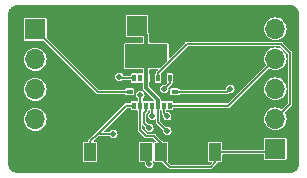
<source format=gbr>
%TF.GenerationSoftware,KiCad,Pcbnew,7.99.0-957-g18dd623122*%
%TF.CreationDate,2023-08-18T16:16:10-04:00*%
%TF.ProjectId,bmi088,626d6930-3838-42e6-9b69-6361645f7063,V1.0*%
%TF.SameCoordinates,Original*%
%TF.FileFunction,Copper,L1,Top*%
%TF.FilePolarity,Positive*%
%FSLAX46Y46*%
G04 Gerber Fmt 4.6, Leading zero omitted, Abs format (unit mm)*
G04 Created by KiCad (PCBNEW 7.99.0-957-g18dd623122) date 2023-08-18 16:16:10*
%MOMM*%
%LPD*%
G01*
G04 APERTURE LIST*
%TA.AperFunction,ComponentPad*%
%ADD10R,1.700000X1.700000*%
%TD*%
%TA.AperFunction,ComponentPad*%
%ADD11O,1.700000X1.700000*%
%TD*%
%TA.AperFunction,SMDPad,CuDef*%
%ADD12R,1.000000X1.500000*%
%TD*%
%TA.AperFunction,SMDPad,CuDef*%
%ADD13R,0.350000X0.590000*%
%TD*%
%TA.AperFunction,SMDPad,CuDef*%
%ADD14R,0.590000X0.350000*%
%TD*%
%TA.AperFunction,ViaPad*%
%ADD15C,0.500000*%
%TD*%
%TA.AperFunction,Conductor*%
%ADD16C,0.300000*%
%TD*%
%TA.AperFunction,Conductor*%
%ADD17C,0.150000*%
%TD*%
%TA.AperFunction,Conductor*%
%ADD18C,0.250000*%
%TD*%
G04 APERTURE END LIST*
D10*
%TO.P,J3,1,Pin_1*%
%TO.N,+3.3V*%
X145976500Y-98044000D03*
D11*
%TO.P,J3,2,Pin_2*%
%TO.N,GND*%
X148516500Y-98044000D03*
%TD*%
D12*
%TO.P,JP2,1,A*%
%TO.N,GND*%
X151285500Y-108712000D03*
%TO.P,JP2,2,B*%
%TO.N,/CSB1*%
X152585500Y-108712000D03*
%TD*%
%TO.P,JP3,1,A*%
%TO.N,/ADDR{slash}MISO*%
X141999500Y-108712000D03*
%TO.P,JP3,2,B*%
%TO.N,GND*%
X143299500Y-108712000D03*
%TD*%
%TO.P,JP1,1,A*%
%TO.N,+3.3V*%
X146713501Y-108712000D03*
%TO.P,JP1,2,B*%
%TO.N,/CSB1*%
X148013499Y-108712000D03*
%TD*%
D13*
%TO.P,U1,1,INT2*%
%TO.N,/INT2*%
X145751500Y-102467000D03*
%TO.P,U1,2,NC*%
%TO.N,unconnected-(U1-NC-Pad2)*%
X146251500Y-102467000D03*
%TO.P,U1,3,VDD*%
%TO.N,+3.3V*%
X146751500Y-102467000D03*
%TO.P,U1,4,GNDA*%
%TO.N,GND*%
X147251500Y-102467001D03*
%TO.P,U1,5,CSB2*%
%TO.N,/CSB2*%
X147751500Y-102467000D03*
%TO.P,U1,6,GNDIO*%
%TO.N,GND*%
X148251500Y-102467000D03*
%TO.P,U1,7,PS*%
%TO.N,/CSB1*%
X148751500Y-102467000D03*
D14*
%TO.P,U1,8,SCL/SCK*%
%TO.N,/SCL{slash}SCK*%
X149166499Y-103632000D03*
D13*
%TO.P,U1,9,SDA/SDI*%
%TO.N,/SDA{slash}SDI*%
X148751500Y-104797000D03*
%TO.P,U1,10,SDO2*%
%TO.N,/ADDR{slash}MISO*%
X148251500Y-104797000D03*
%TO.P,U1,11,VDDIO*%
%TO.N,+3.3V*%
X147751500Y-104797000D03*
%TO.P,U1,12,INT3*%
%TO.N,/INT3*%
X147251500Y-104796999D03*
%TO.P,U1,13,INT4*%
%TO.N,/INT4*%
X146751500Y-104797000D03*
%TO.P,U1,14,CSB1*%
%TO.N,/CSB1*%
X146251500Y-104797000D03*
%TO.P,U1,15,SDO1*%
%TO.N,/ADDR{slash}MISO*%
X145751500Y-104797000D03*
D14*
%TO.P,U1,16,INT1*%
%TO.N,/INT1*%
X145336501Y-103632000D03*
%TD*%
D10*
%TO.P,J1,1,Pin_1*%
%TO.N,/INT1*%
X137345500Y-98340000D03*
D11*
%TO.P,J1,2,Pin_2*%
%TO.N,/INT2*%
X137345500Y-100880000D03*
%TO.P,J1,3,Pin_3*%
%TO.N,/INT3*%
X137345500Y-103420000D03*
%TO.P,J1,4,Pin_4*%
%TO.N,/INT4*%
X137345500Y-105960000D03*
%TD*%
D10*
%TO.P,J2,1,Pin_1*%
%TO.N,/CSB1*%
X157665500Y-108458000D03*
D11*
%TO.P,J2,2,Pin_2*%
%TO.N,/CSB2*%
X157665500Y-105918000D03*
%TO.P,J2,3,Pin_3*%
%TO.N,/SCL{slash}SCK*%
X157665500Y-103378001D03*
%TO.P,J2,4,Pin_4*%
%TO.N,/SDA{slash}SDI*%
X157665500Y-100838000D03*
%TO.P,J2,5,Pin_5*%
%TO.N,/ADDR{slash}MISO*%
X157665500Y-98298000D03*
%TD*%
D15*
%TO.N,GND*%
X142679500Y-100584000D03*
X138869500Y-109220000D03*
X144965500Y-109220000D03*
X153093500Y-97536000D03*
X150299500Y-104140000D03*
X139700000Y-99314000D03*
X150807500Y-100584000D03*
X153855500Y-109982000D03*
X150553500Y-102362000D03*
X154871500Y-107442000D03*
X155379500Y-98298000D03*
X152839500Y-105664000D03*
X141155500Y-104394000D03*
X155379500Y-105918000D03*
X153093500Y-100838000D03*
X142933500Y-104648000D03*
X143441500Y-103124000D03*
%TO.N,+3.3V*%
X146997500Y-109728000D03*
X146751500Y-100584000D03*
X146743500Y-101346000D03*
X146743500Y-99822000D03*
X148521500Y-106934000D03*
%TO.N,/INT2*%
X144457500Y-102362000D03*
%TO.N,/INT3*%
X147251500Y-105664000D03*
%TO.N,/INT4*%
X146997500Y-106680000D03*
%TO.N,/CSB1*%
X148267500Y-103378000D03*
X146235500Y-103886000D03*
%TO.N,/SCL{slash}SCK*%
X153855500Y-103378000D03*
%TO.N,/ADDR{slash}MISO*%
X143949500Y-107188000D03*
X148519120Y-105688749D03*
%TD*%
D16*
%TO.N,+3.3V*%
X146751500Y-99814000D02*
X146751500Y-98819000D01*
X146751500Y-102467000D02*
X146751500Y-103307999D01*
X146751500Y-98819000D02*
X145976500Y-98044000D01*
X146751500Y-99830000D02*
X146743500Y-99822000D01*
D17*
X147751500Y-106164000D02*
X147751500Y-104797000D01*
D16*
X146751500Y-100584000D02*
X146751500Y-99830000D01*
D17*
X146713501Y-109444001D02*
X146997500Y-109728000D01*
D16*
X146751500Y-102467000D02*
X146751500Y-101354000D01*
X147751500Y-104307999D02*
X147751500Y-104797000D01*
X146743500Y-101346000D02*
X146751500Y-101338000D01*
D17*
X148521500Y-106934000D02*
X147751500Y-106164000D01*
D16*
X146751500Y-101354000D02*
X146743500Y-101346000D01*
X146751500Y-101338000D02*
X146751500Y-100584000D01*
X146751500Y-103307999D02*
X147751500Y-104307999D01*
D17*
X146713501Y-108712000D02*
X146713501Y-109444001D01*
D16*
X146743500Y-99822000D02*
X146751500Y-99814000D01*
D17*
%TO.N,/INT1*%
X145336501Y-103632000D02*
X142637500Y-103632000D01*
X142637500Y-103632000D02*
X137345500Y-98340000D01*
%TO.N,/INT2*%
X145751500Y-102467000D02*
X144562500Y-102467000D01*
X144562500Y-102467000D02*
X144457500Y-102362000D01*
%TO.N,/INT3*%
X147251500Y-104796999D02*
X147251500Y-105664000D01*
%TO.N,/INT4*%
X146577000Y-105384612D02*
X146751500Y-105210112D01*
X146997500Y-106680000D02*
X146577000Y-106259500D01*
X146577000Y-106259500D02*
X146577000Y-105384612D01*
X146751500Y-105210112D02*
X146751500Y-104797000D01*
%TO.N,/CSB1*%
X146251500Y-104797000D02*
X146251500Y-103902000D01*
X146251500Y-104797000D02*
X146227500Y-104821000D01*
X146227500Y-104821000D02*
X146227500Y-106863888D01*
X152585500Y-109612000D02*
X152585500Y-108712000D01*
X148013499Y-108712000D02*
X148013499Y-109219999D01*
X152585500Y-108712000D02*
X157411500Y-108712000D01*
X148751500Y-102467000D02*
X148751500Y-102894000D01*
X146251500Y-103902000D02*
X146235500Y-103886000D01*
X146227500Y-106863888D02*
X146718112Y-107354500D01*
X148013499Y-107949999D02*
X148013499Y-108712000D01*
X146718112Y-107354500D02*
X147418000Y-107354500D01*
X148775500Y-109982000D02*
X152215500Y-109982000D01*
D18*
X157411500Y-108712000D02*
X157665500Y-108458000D01*
D17*
X152215500Y-109982000D02*
X152585500Y-109612000D01*
X148013499Y-109219999D02*
X148775500Y-109982000D01*
X148751500Y-102894000D02*
X148267500Y-103378000D01*
X147418000Y-107354500D02*
X148013499Y-107949999D01*
%TO.N,/CSB2*%
X158935500Y-100330000D02*
X158935500Y-104648000D01*
X147751500Y-102022000D02*
X150205500Y-99568000D01*
X158173500Y-99568000D02*
X158935500Y-100330000D01*
X147751500Y-102467000D02*
X147751500Y-102022000D01*
X150205500Y-99568000D02*
X158173500Y-99568000D01*
X158935500Y-104648000D02*
X157665500Y-105918000D01*
%TO.N,/SCL{slash}SCK*%
X153601500Y-103632000D02*
X149166499Y-103632000D01*
X153855500Y-103378000D02*
X153601500Y-103632000D01*
%TO.N,/SDA{slash}SDI*%
X153706500Y-104797000D02*
X157665500Y-100838000D01*
X148751500Y-104797000D02*
X153706500Y-104797000D01*
%TO.N,/ADDR{slash}MISO*%
X141999500Y-107812000D02*
X141999500Y-108712000D01*
X148251500Y-104797000D02*
X148251500Y-105421129D01*
X145751500Y-104797000D02*
X145014500Y-104797000D01*
X142679500Y-107188000D02*
X142651500Y-107160000D01*
X143949500Y-107188000D02*
X142679500Y-107188000D01*
X145014500Y-104797000D02*
X142651500Y-107160000D01*
X142651500Y-107160000D02*
X141999500Y-107812000D01*
X148251500Y-105421129D02*
X148519120Y-105688749D01*
%TD*%
%TA.AperFunction,Conductor*%
%TO.N,GND*%
G36*
X158914705Y-96266500D02*
G01*
X158934296Y-96266500D01*
X158936698Y-96266618D01*
X158970810Y-96269977D01*
X159088046Y-96283187D01*
X159096766Y-96284986D01*
X159156055Y-96302971D01*
X159157021Y-96303286D01*
X159241098Y-96332707D01*
X159247991Y-96335732D01*
X159307593Y-96367590D01*
X159309030Y-96368424D01*
X159361343Y-96401295D01*
X159381762Y-96414125D01*
X159384271Y-96415932D01*
X159439191Y-96461002D01*
X159440963Y-96462608D01*
X159500889Y-96522534D01*
X159502496Y-96524307D01*
X159547566Y-96579227D01*
X159549373Y-96581736D01*
X159595063Y-96654450D01*
X159595919Y-96655924D01*
X159601744Y-96666821D01*
X159627759Y-96715492D01*
X159630794Y-96722406D01*
X159660209Y-96806470D01*
X159660529Y-96807450D01*
X159678510Y-96866723D01*
X159680312Y-96875461D01*
X159693526Y-96992742D01*
X159696882Y-97026801D01*
X159697000Y-97029205D01*
X159697000Y-109726794D01*
X159696882Y-109729198D01*
X159693526Y-109763256D01*
X159680312Y-109880537D01*
X159678510Y-109889275D01*
X159660529Y-109948548D01*
X159660209Y-109949528D01*
X159630794Y-110033592D01*
X159627759Y-110040506D01*
X159595926Y-110100062D01*
X159595063Y-110101548D01*
X159549373Y-110174262D01*
X159547566Y-110176771D01*
X159502496Y-110231691D01*
X159500880Y-110233474D01*
X159440974Y-110293380D01*
X159439191Y-110294996D01*
X159384271Y-110340066D01*
X159381762Y-110341873D01*
X159309048Y-110387563D01*
X159307562Y-110388426D01*
X159248006Y-110420259D01*
X159241092Y-110423294D01*
X159157028Y-110452709D01*
X159156048Y-110453029D01*
X159096775Y-110471010D01*
X159088037Y-110472812D01*
X158970756Y-110486026D01*
X158938557Y-110489198D01*
X158936697Y-110489382D01*
X158934295Y-110489500D01*
X135822705Y-110489500D01*
X135820302Y-110489382D01*
X135818194Y-110489174D01*
X135786242Y-110486026D01*
X135668961Y-110472812D01*
X135660223Y-110471010D01*
X135600950Y-110453029D01*
X135599970Y-110452709D01*
X135515906Y-110423294D01*
X135508996Y-110420260D01*
X135449424Y-110388419D01*
X135447950Y-110387563D01*
X135375236Y-110341873D01*
X135372727Y-110340066D01*
X135317807Y-110294996D01*
X135316034Y-110293389D01*
X135256108Y-110233463D01*
X135254502Y-110231691D01*
X135209432Y-110176771D01*
X135207625Y-110174262D01*
X135182565Y-110134380D01*
X135161924Y-110101530D01*
X135161090Y-110100093D01*
X135129232Y-110040491D01*
X135126207Y-110033598D01*
X135096786Y-109949521D01*
X135096469Y-109948548D01*
X135094644Y-109942531D01*
X135078486Y-109889266D01*
X135076687Y-109880546D01*
X135063472Y-109763256D01*
X135060118Y-109729198D01*
X135060000Y-109726796D01*
X135060000Y-109472884D01*
X141389000Y-109472884D01*
X141395104Y-109503572D01*
X141395411Y-109505115D01*
X141419833Y-109541666D01*
X141444256Y-109557984D01*
X141456385Y-109566089D01*
X141488616Y-109572500D01*
X141488619Y-109572500D01*
X142510381Y-109572500D01*
X142510384Y-109572500D01*
X142542615Y-109566089D01*
X142579166Y-109541666D01*
X142603589Y-109505115D01*
X142610000Y-109472884D01*
X142610000Y-107951116D01*
X142603589Y-107918885D01*
X142595484Y-107906756D01*
X142579166Y-107882333D01*
X142542615Y-107857911D01*
X142510384Y-107851500D01*
X142510381Y-107851500D01*
X142340632Y-107851500D01*
X142305984Y-107837148D01*
X142291632Y-107802500D01*
X142305984Y-107767852D01*
X142685983Y-107387852D01*
X142720631Y-107373500D01*
X143609391Y-107373500D01*
X143644039Y-107387852D01*
X143653047Y-107400249D01*
X143654214Y-107402538D01*
X143654217Y-107402541D01*
X143734961Y-107483285D01*
X143734968Y-107483290D01*
X143836706Y-107535128D01*
X143836707Y-107535128D01*
X143836711Y-107535130D01*
X143949500Y-107552994D01*
X144062289Y-107535130D01*
X144062293Y-107535128D01*
X144062294Y-107535128D01*
X144164031Y-107483290D01*
X144164033Y-107483288D01*
X144164038Y-107483286D01*
X144244786Y-107402538D01*
X144244790Y-107402531D01*
X144296628Y-107300794D01*
X144296628Y-107300792D01*
X144296630Y-107300789D01*
X144314494Y-107188000D01*
X144296630Y-107075211D01*
X144296628Y-107075207D01*
X144296628Y-107075205D01*
X144244790Y-106973468D01*
X144244786Y-106973463D01*
X144244786Y-106973462D01*
X144164038Y-106892714D01*
X144164031Y-106892709D01*
X144062293Y-106840871D01*
X144062290Y-106840870D01*
X144062289Y-106840870D01*
X143949500Y-106823006D01*
X143836711Y-106840870D01*
X143836709Y-106840870D01*
X143836707Y-106840871D01*
X143836705Y-106840871D01*
X143734968Y-106892709D01*
X143734961Y-106892714D01*
X143654217Y-106973458D01*
X143654213Y-106973463D01*
X143653049Y-106975749D01*
X143624530Y-107000103D01*
X143609391Y-107002500D01*
X143189632Y-107002500D01*
X143154984Y-106988148D01*
X143140632Y-106953500D01*
X143154984Y-106918852D01*
X144089798Y-105984039D01*
X145076984Y-104996852D01*
X145111633Y-104982500D01*
X145417000Y-104982500D01*
X145451648Y-104996852D01*
X145466000Y-105031500D01*
X145466000Y-105102884D01*
X145472411Y-105135114D01*
X145472411Y-105135115D01*
X145496833Y-105171666D01*
X145515282Y-105183993D01*
X145533385Y-105196089D01*
X145565616Y-105202500D01*
X145565619Y-105202500D01*
X145937381Y-105202500D01*
X145937384Y-105202500D01*
X145969615Y-105196089D01*
X145969617Y-105196087D01*
X145974074Y-105194242D01*
X145975140Y-105196817D01*
X146002419Y-105191309D01*
X146033662Y-105212053D01*
X146042000Y-105239395D01*
X146042000Y-106824047D01*
X146039251Y-106840228D01*
X146038427Y-106842582D01*
X146038427Y-106842583D01*
X146038427Y-106842584D01*
X146040656Y-106862371D01*
X146041846Y-106872927D01*
X146042000Y-106875672D01*
X146042000Y-106884786D01*
X146044027Y-106893674D01*
X146044487Y-106896381D01*
X146047907Y-106926727D01*
X146047907Y-106926728D01*
X146047908Y-106926730D01*
X146047909Y-106926731D01*
X146049236Y-106928844D01*
X146055515Y-106944001D01*
X146056072Y-106946440D01*
X146056073Y-106946444D01*
X146075120Y-106970328D01*
X146076710Y-106972569D01*
X146081557Y-106980282D01*
X146087991Y-106986716D01*
X146089823Y-106988765D01*
X146098865Y-107000103D01*
X146108869Y-107012647D01*
X146111115Y-107013728D01*
X146124505Y-107023229D01*
X146558770Y-107457494D01*
X146568269Y-107470881D01*
X146569352Y-107473129D01*
X146569352Y-107473130D01*
X146593234Y-107492175D01*
X146595284Y-107494008D01*
X146601721Y-107500445D01*
X146609429Y-107505288D01*
X146611672Y-107506879D01*
X146635557Y-107525927D01*
X146635558Y-107525927D01*
X146635560Y-107525928D01*
X146637992Y-107526483D01*
X146653159Y-107532765D01*
X146655270Y-107534092D01*
X146685624Y-107537511D01*
X146688318Y-107537969D01*
X146693373Y-107539123D01*
X146697212Y-107540000D01*
X146697214Y-107540000D01*
X146706328Y-107540000D01*
X146709070Y-107540153D01*
X146739416Y-107543573D01*
X146741767Y-107542750D01*
X146757953Y-107540000D01*
X147320868Y-107540000D01*
X147355516Y-107554352D01*
X147569015Y-107767852D01*
X147583367Y-107802500D01*
X147569015Y-107837148D01*
X147534367Y-107851500D01*
X147502615Y-107851500D01*
X147478441Y-107856308D01*
X147470383Y-107857911D01*
X147433832Y-107882333D01*
X147409410Y-107918885D01*
X147408769Y-107920433D01*
X147407585Y-107921616D01*
X147406729Y-107922898D01*
X147406473Y-107922727D01*
X147382248Y-107946949D01*
X147344745Y-107946947D01*
X147320525Y-107922727D01*
X147320271Y-107922898D01*
X147319415Y-107921617D01*
X147318231Y-107920433D01*
X147317590Y-107918889D01*
X147317590Y-107918885D01*
X147302949Y-107896973D01*
X147293167Y-107882333D01*
X147256616Y-107857911D01*
X147256615Y-107857910D01*
X147224385Y-107851500D01*
X146202617Y-107851500D01*
X146178443Y-107856308D01*
X146170385Y-107857911D01*
X146133834Y-107882333D01*
X146109412Y-107918884D01*
X146108648Y-107922727D01*
X146103001Y-107951116D01*
X146103001Y-109472884D01*
X146109105Y-109503572D01*
X146109412Y-109505115D01*
X146133834Y-109541666D01*
X146158256Y-109557984D01*
X146170386Y-109566089D01*
X146202617Y-109572500D01*
X146555116Y-109572500D01*
X146589764Y-109586852D01*
X146593425Y-109590949D01*
X146594866Y-109592756D01*
X146594868Y-109592757D01*
X146594870Y-109592760D01*
X146597118Y-109593842D01*
X146610506Y-109603342D01*
X146628887Y-109621723D01*
X146643239Y-109656371D01*
X146642636Y-109664035D01*
X146632697Y-109726794D01*
X146632506Y-109728000D01*
X146650370Y-109840789D01*
X146650370Y-109840790D01*
X146650371Y-109840792D01*
X146650371Y-109840794D01*
X146702209Y-109942531D01*
X146702214Y-109942538D01*
X146782961Y-110023285D01*
X146782968Y-110023290D01*
X146884706Y-110075128D01*
X146884707Y-110075128D01*
X146884711Y-110075130D01*
X146997500Y-110092994D01*
X147110289Y-110075130D01*
X147110293Y-110075128D01*
X147110294Y-110075128D01*
X147212031Y-110023290D01*
X147212033Y-110023288D01*
X147212038Y-110023286D01*
X147292786Y-109942538D01*
X147292790Y-109942531D01*
X147344628Y-109840794D01*
X147344628Y-109840792D01*
X147344630Y-109840789D01*
X147362494Y-109728000D01*
X147344630Y-109615211D01*
X147314143Y-109555377D01*
X147311200Y-109517989D01*
X147317062Y-109505906D01*
X147317300Y-109505547D01*
X147317590Y-109505115D01*
X147317591Y-109505109D01*
X147318229Y-109503572D01*
X147319413Y-109502387D01*
X147320273Y-109501101D01*
X147320528Y-109501271D01*
X147344746Y-109477052D01*
X147382249Y-109477050D01*
X147406474Y-109501272D01*
X147406729Y-109501102D01*
X147407585Y-109502383D01*
X147408769Y-109503567D01*
X147408770Y-109503569D01*
X147409410Y-109505115D01*
X147433832Y-109541666D01*
X147458255Y-109557984D01*
X147470384Y-109566089D01*
X147502615Y-109572500D01*
X148083368Y-109572500D01*
X148118016Y-109586852D01*
X148616158Y-110084994D01*
X148625657Y-110098381D01*
X148626740Y-110100629D01*
X148626740Y-110100630D01*
X148626741Y-110100631D01*
X148627868Y-110101530D01*
X148650622Y-110119675D01*
X148652672Y-110121508D01*
X148659109Y-110127945D01*
X148659111Y-110127946D01*
X148666817Y-110132788D01*
X148669060Y-110134379D01*
X148692945Y-110153427D01*
X148692946Y-110153427D01*
X148692948Y-110153428D01*
X148695380Y-110153983D01*
X148710547Y-110160265D01*
X148712658Y-110161592D01*
X148743012Y-110165011D01*
X148745706Y-110165469D01*
X148750761Y-110166623D01*
X148754600Y-110167500D01*
X148754602Y-110167500D01*
X148763716Y-110167500D01*
X148766458Y-110167653D01*
X148796804Y-110171073D01*
X148799155Y-110170250D01*
X148815341Y-110167500D01*
X152175659Y-110167500D01*
X152191840Y-110170249D01*
X152192621Y-110170522D01*
X152194196Y-110171073D01*
X152224541Y-110167653D01*
X152227284Y-110167500D01*
X152236395Y-110167500D01*
X152236398Y-110167500D01*
X152245289Y-110165469D01*
X152247986Y-110165011D01*
X152278342Y-110161592D01*
X152280452Y-110160265D01*
X152295618Y-110153982D01*
X152298055Y-110153427D01*
X152321958Y-110134363D01*
X152324172Y-110132794D01*
X152331891Y-110127945D01*
X152338342Y-110121492D01*
X152340377Y-110119675D01*
X152364259Y-110100631D01*
X152365341Y-110098383D01*
X152374838Y-110084996D01*
X152688496Y-109771338D01*
X152701883Y-109761841D01*
X152704131Y-109760759D01*
X152723177Y-109736873D01*
X152724992Y-109734842D01*
X152731445Y-109728391D01*
X152736294Y-109720672D01*
X152737863Y-109718458D01*
X152756927Y-109694555D01*
X152757482Y-109692118D01*
X152763765Y-109676952D01*
X152765092Y-109674842D01*
X152768511Y-109644486D01*
X152768971Y-109641783D01*
X152771000Y-109632898D01*
X152771000Y-109623785D01*
X152771154Y-109621042D01*
X152771720Y-109616017D01*
X152789858Y-109583192D01*
X152820412Y-109572500D01*
X153096381Y-109572500D01*
X153096384Y-109572500D01*
X153128615Y-109566089D01*
X153165166Y-109541666D01*
X153189589Y-109505115D01*
X153196000Y-109472884D01*
X153196000Y-108946500D01*
X153210352Y-108911852D01*
X153245000Y-108897500D01*
X156656000Y-108897500D01*
X156690648Y-108911852D01*
X156705000Y-108946500D01*
X156705000Y-109318884D01*
X156711411Y-109351114D01*
X156711411Y-109351115D01*
X156735833Y-109387666D01*
X156760256Y-109403984D01*
X156772385Y-109412089D01*
X156804616Y-109418500D01*
X156804619Y-109418500D01*
X158526381Y-109418500D01*
X158526384Y-109418500D01*
X158558615Y-109412089D01*
X158595166Y-109387666D01*
X158619589Y-109351115D01*
X158626000Y-109318884D01*
X158626000Y-107597116D01*
X158619589Y-107564885D01*
X158602961Y-107540000D01*
X158595166Y-107528333D01*
X158558615Y-107503911D01*
X158526384Y-107497500D01*
X156804616Y-107497500D01*
X156780442Y-107502308D01*
X156772384Y-107503911D01*
X156735833Y-107528333D01*
X156711411Y-107564884D01*
X156711410Y-107564885D01*
X156711411Y-107564885D01*
X156705000Y-107597116D01*
X156705000Y-107597119D01*
X156705000Y-108477500D01*
X156690648Y-108512148D01*
X156656000Y-108526500D01*
X153245000Y-108526500D01*
X153210352Y-108512148D01*
X153196000Y-108477500D01*
X153196000Y-107951119D01*
X153196000Y-107951116D01*
X153189589Y-107918885D01*
X153181484Y-107906756D01*
X153165166Y-107882333D01*
X153128615Y-107857911D01*
X153096384Y-107851500D01*
X152074616Y-107851500D01*
X152050442Y-107856308D01*
X152042384Y-107857911D01*
X152005833Y-107882333D01*
X151981411Y-107918884D01*
X151980647Y-107922727D01*
X151975000Y-107951116D01*
X151975000Y-109472884D01*
X151981104Y-109503572D01*
X151981411Y-109505115D01*
X152005833Y-109541666D01*
X152030256Y-109557984D01*
X152042385Y-109566089D01*
X152074616Y-109572500D01*
X152244368Y-109572500D01*
X152279016Y-109586852D01*
X152293368Y-109621500D01*
X152279016Y-109656148D01*
X152153016Y-109782148D01*
X152118368Y-109796500D01*
X148872632Y-109796500D01*
X148837984Y-109782148D01*
X148623337Y-109567501D01*
X148608985Y-109532853D01*
X148616014Y-109509687D01*
X148615741Y-109509574D01*
X148616893Y-109506792D01*
X148617247Y-109505624D01*
X148617588Y-109505115D01*
X148623999Y-109472884D01*
X148623999Y-107951116D01*
X148617588Y-107918885D01*
X148609483Y-107906756D01*
X148593165Y-107882333D01*
X148556614Y-107857911D01*
X148524383Y-107851500D01*
X148524380Y-107851500D01*
X148197310Y-107851500D01*
X148162662Y-107837148D01*
X148159947Y-107834110D01*
X148153003Y-107827166D01*
X148151170Y-107825116D01*
X148132129Y-107801239D01*
X148129880Y-107800156D01*
X148116495Y-107790658D01*
X147577341Y-107251505D01*
X147567840Y-107238115D01*
X147566759Y-107235869D01*
X147566758Y-107235868D01*
X147542877Y-107216823D01*
X147540828Y-107214991D01*
X147534394Y-107208557D01*
X147526681Y-107203710D01*
X147524440Y-107202120D01*
X147500556Y-107183073D01*
X147500552Y-107183072D01*
X147498113Y-107182515D01*
X147482956Y-107176236D01*
X147482087Y-107175690D01*
X147480842Y-107174908D01*
X147480840Y-107174907D01*
X147480839Y-107174907D01*
X147450493Y-107171487D01*
X147447786Y-107171027D01*
X147438899Y-107169000D01*
X147438898Y-107169000D01*
X147429784Y-107169000D01*
X147427041Y-107168846D01*
X147396696Y-107165427D01*
X147396695Y-107165427D01*
X147396694Y-107165427D01*
X147394340Y-107166251D01*
X147378159Y-107169000D01*
X146815244Y-107169000D01*
X146780596Y-107154648D01*
X146427352Y-106801403D01*
X146413000Y-106766755D01*
X146413000Y-106476132D01*
X146427352Y-106441484D01*
X146462000Y-106427132D01*
X146496648Y-106441484D01*
X146628887Y-106573723D01*
X146643239Y-106608371D01*
X146642636Y-106616035D01*
X146638451Y-106642461D01*
X146632506Y-106680000D01*
X146650370Y-106792789D01*
X146650370Y-106792790D01*
X146650371Y-106792792D01*
X146650371Y-106792794D01*
X146702209Y-106894531D01*
X146702214Y-106894538D01*
X146782961Y-106975285D01*
X146782968Y-106975290D01*
X146884706Y-107027128D01*
X146884707Y-107027128D01*
X146884711Y-107027130D01*
X146997500Y-107044994D01*
X147110289Y-107027130D01*
X147110293Y-107027128D01*
X147110294Y-107027128D01*
X147212031Y-106975290D01*
X147212033Y-106975288D01*
X147212038Y-106975286D01*
X147292786Y-106894538D01*
X147292790Y-106894531D01*
X147344628Y-106792794D01*
X147344628Y-106792792D01*
X147344630Y-106792789D01*
X147362494Y-106680000D01*
X147344630Y-106567211D01*
X147344628Y-106567207D01*
X147344628Y-106567205D01*
X147292790Y-106465468D01*
X147292785Y-106465461D01*
X147212038Y-106384714D01*
X147212031Y-106384709D01*
X147110293Y-106332871D01*
X147110290Y-106332870D01*
X147110289Y-106332870D01*
X146997500Y-106315006D01*
X146997499Y-106315006D01*
X146933535Y-106325136D01*
X146897069Y-106316380D01*
X146891223Y-106311387D01*
X146776852Y-106197015D01*
X146762500Y-106162367D01*
X146762500Y-105481743D01*
X146776851Y-105447096D01*
X146854496Y-105369450D01*
X146867883Y-105359953D01*
X146870131Y-105358871D01*
X146889177Y-105334985D01*
X146890992Y-105332954D01*
X146897445Y-105326503D01*
X146902294Y-105318784D01*
X146903863Y-105316570D01*
X146922927Y-105292667D01*
X146923482Y-105290230D01*
X146929765Y-105275064D01*
X146931092Y-105272954D01*
X146934511Y-105242601D01*
X146934971Y-105239896D01*
X146936764Y-105232039D01*
X146958467Y-105201456D01*
X146965785Y-105197675D01*
X146969612Y-105196089D01*
X146969615Y-105196089D01*
X146974273Y-105192975D01*
X147011055Y-105185656D01*
X147028721Y-105192972D01*
X147030622Y-105194242D01*
X147033385Y-105196088D01*
X147033387Y-105196088D01*
X147035751Y-105197068D01*
X147062270Y-105223586D01*
X147066000Y-105242338D01*
X147066000Y-105323891D01*
X147051648Y-105358539D01*
X147039250Y-105367547D01*
X147038352Y-105368005D01*
X147036963Y-105368713D01*
X147036958Y-105368717D01*
X146956214Y-105449461D01*
X146956209Y-105449468D01*
X146904371Y-105551205D01*
X146904371Y-105551207D01*
X146904370Y-105551209D01*
X146904370Y-105551211D01*
X146886506Y-105664000D01*
X146904370Y-105776789D01*
X146904370Y-105776790D01*
X146904371Y-105776792D01*
X146904371Y-105776794D01*
X146956209Y-105878531D01*
X146956214Y-105878538D01*
X147036961Y-105959285D01*
X147036968Y-105959290D01*
X147138706Y-106011128D01*
X147138707Y-106011128D01*
X147138711Y-106011130D01*
X147251500Y-106028994D01*
X147364289Y-106011130D01*
X147364293Y-106011128D01*
X147364294Y-106011128D01*
X147466031Y-105959290D01*
X147466033Y-105959288D01*
X147466038Y-105959286D01*
X147482352Y-105942972D01*
X147517000Y-105928620D01*
X147551648Y-105942972D01*
X147566000Y-105977620D01*
X147566000Y-106124159D01*
X147563251Y-106140340D01*
X147562427Y-106142694D01*
X147562427Y-106142695D01*
X147562427Y-106142696D01*
X147564643Y-106162367D01*
X147565846Y-106173039D01*
X147566000Y-106175784D01*
X147566000Y-106184898D01*
X147568027Y-106193786D01*
X147568487Y-106196493D01*
X147571907Y-106226839D01*
X147571907Y-106226840D01*
X147571908Y-106226842D01*
X147571909Y-106226843D01*
X147573236Y-106228956D01*
X147579515Y-106244113D01*
X147580072Y-106246552D01*
X147580073Y-106246556D01*
X147599120Y-106270440D01*
X147600710Y-106272681D01*
X147605557Y-106280394D01*
X147611991Y-106286828D01*
X147613823Y-106288877D01*
X147631775Y-106311387D01*
X147632869Y-106312759D01*
X147635115Y-106313840D01*
X147648505Y-106323341D01*
X148152887Y-106827723D01*
X148167239Y-106862371D01*
X148166636Y-106870035D01*
X148156506Y-106933999D01*
X148156506Y-106934000D01*
X148174370Y-107046789D01*
X148174370Y-107046790D01*
X148174371Y-107046792D01*
X148174371Y-107046794D01*
X148226209Y-107148531D01*
X148226214Y-107148538D01*
X148306961Y-107229285D01*
X148306968Y-107229290D01*
X148408706Y-107281128D01*
X148408707Y-107281128D01*
X148408711Y-107281130D01*
X148521500Y-107298994D01*
X148634289Y-107281130D01*
X148634293Y-107281128D01*
X148634294Y-107281128D01*
X148736031Y-107229290D01*
X148736033Y-107229288D01*
X148736038Y-107229286D01*
X148816786Y-107148538D01*
X148816790Y-107148531D01*
X148868628Y-107046794D01*
X148868628Y-107046792D01*
X148868630Y-107046789D01*
X148886494Y-106934000D01*
X148868630Y-106821211D01*
X148868628Y-106821207D01*
X148868628Y-106821205D01*
X148816790Y-106719468D01*
X148816785Y-106719461D01*
X148736038Y-106638714D01*
X148736031Y-106638709D01*
X148634293Y-106586871D01*
X148634290Y-106586870D01*
X148634289Y-106586870D01*
X148521500Y-106569006D01*
X148521499Y-106569006D01*
X148457535Y-106579136D01*
X148421069Y-106570380D01*
X148415223Y-106565387D01*
X147951352Y-106101515D01*
X147937000Y-106066867D01*
X147937000Y-105242339D01*
X147951352Y-105207691D01*
X147967251Y-105197068D01*
X147969610Y-105196089D01*
X147969615Y-105196089D01*
X147974273Y-105192975D01*
X148011055Y-105185656D01*
X148028725Y-105192975D01*
X148033385Y-105196089D01*
X148033387Y-105196089D01*
X148035749Y-105197068D01*
X148062269Y-105223585D01*
X148066000Y-105242339D01*
X148066000Y-105381288D01*
X148063251Y-105397469D01*
X148062427Y-105399823D01*
X148062427Y-105399824D01*
X148065846Y-105430168D01*
X148066000Y-105432913D01*
X148066000Y-105442027D01*
X148068027Y-105450915D01*
X148068487Y-105453622D01*
X148071907Y-105483968D01*
X148071907Y-105483969D01*
X148071908Y-105483971D01*
X148071909Y-105483972D01*
X148073236Y-105486085D01*
X148079515Y-105501242D01*
X148080072Y-105503681D01*
X148080073Y-105503685D01*
X148099120Y-105527569D01*
X148100710Y-105529810D01*
X148105557Y-105537523D01*
X148111991Y-105543957D01*
X148113823Y-105546006D01*
X148132868Y-105569887D01*
X148132869Y-105569888D01*
X148135115Y-105570969D01*
X148148505Y-105580470D01*
X148150507Y-105582472D01*
X148164859Y-105617120D01*
X148164256Y-105624784D01*
X148154126Y-105688748D01*
X148154126Y-105688749D01*
X148171990Y-105801538D01*
X148171990Y-105801539D01*
X148171991Y-105801541D01*
X148171991Y-105801543D01*
X148223829Y-105903280D01*
X148223834Y-105903287D01*
X148304581Y-105984034D01*
X148304588Y-105984039D01*
X148406326Y-106035877D01*
X148406327Y-106035877D01*
X148406331Y-106035879D01*
X148519120Y-106053743D01*
X148631909Y-106035879D01*
X148631913Y-106035877D01*
X148631914Y-106035877D01*
X148733651Y-105984039D01*
X148733653Y-105984037D01*
X148733658Y-105984035D01*
X148814406Y-105903287D01*
X148814410Y-105903280D01*
X148866248Y-105801543D01*
X148866248Y-105801541D01*
X148866250Y-105801538D01*
X148884114Y-105688749D01*
X148866250Y-105575960D01*
X148866248Y-105575956D01*
X148866248Y-105575954D01*
X148814410Y-105474217D01*
X148814405Y-105474210D01*
X148733658Y-105393463D01*
X148733651Y-105393458D01*
X148631913Y-105341620D01*
X148631910Y-105341619D01*
X148631909Y-105341619D01*
X148519120Y-105323755D01*
X148519119Y-105323755D01*
X148493664Y-105327786D01*
X148457197Y-105319030D01*
X148437603Y-105287053D01*
X148437000Y-105279389D01*
X148437000Y-105242339D01*
X148451352Y-105207691D01*
X148467251Y-105197068D01*
X148469610Y-105196089D01*
X148469615Y-105196089D01*
X148474273Y-105192975D01*
X148511055Y-105185656D01*
X148528725Y-105192975D01*
X148533384Y-105196088D01*
X148533383Y-105196088D01*
X148533385Y-105196089D01*
X148565616Y-105202500D01*
X148565619Y-105202500D01*
X148937381Y-105202500D01*
X148937384Y-105202500D01*
X148969615Y-105196089D01*
X149006166Y-105171666D01*
X149030589Y-105135115D01*
X149037000Y-105102884D01*
X149037000Y-105031500D01*
X149051352Y-104996852D01*
X149086000Y-104982500D01*
X153666659Y-104982500D01*
X153682840Y-104985249D01*
X153683621Y-104985522D01*
X153685196Y-104986073D01*
X153715541Y-104982653D01*
X153718284Y-104982500D01*
X153727395Y-104982500D01*
X153727398Y-104982500D01*
X153736289Y-104980469D01*
X153738986Y-104980011D01*
X153769342Y-104976592D01*
X153771452Y-104975265D01*
X153786618Y-104968982D01*
X153789055Y-104968427D01*
X153812958Y-104949363D01*
X153815172Y-104947794D01*
X153822891Y-104942945D01*
X153829342Y-104936492D01*
X153831373Y-104934677D01*
X153855259Y-104915631D01*
X153856341Y-104913383D01*
X153865838Y-104899996D01*
X155387833Y-103378001D01*
X156700353Y-103378001D01*
X156718898Y-103566292D01*
X156718898Y-103566293D01*
X156731638Y-103608291D01*
X156773820Y-103747347D01*
X156863010Y-103914208D01*
X156983038Y-104060463D01*
X157129293Y-104180491D01*
X157296154Y-104269681D01*
X157477209Y-104324603D01*
X157665500Y-104343148D01*
X157853791Y-104324603D01*
X158034846Y-104269681D01*
X158201707Y-104180491D01*
X158347962Y-104060463D01*
X158467990Y-103914208D01*
X158557180Y-103747347D01*
X158612102Y-103566292D01*
X158630647Y-103378001D01*
X158612102Y-103189710D01*
X158557180Y-103008655D01*
X158467990Y-102841794D01*
X158347962Y-102695539D01*
X158201707Y-102575511D01*
X158034846Y-102486321D01*
X157853791Y-102431399D01*
X157665500Y-102412854D01*
X157477208Y-102431399D01*
X157477207Y-102431399D01*
X157296151Y-102486322D01*
X157129293Y-102575511D01*
X156983038Y-102695539D01*
X156863010Y-102841794D01*
X156773821Y-103008652D01*
X156773820Y-103008654D01*
X156773820Y-103008655D01*
X156769427Y-103023136D01*
X156718898Y-103189708D01*
X156718898Y-103189709D01*
X156700353Y-103378000D01*
X156700353Y-103378001D01*
X155387833Y-103378001D01*
X157101024Y-101664811D01*
X157135671Y-101650460D01*
X157158770Y-101656246D01*
X157296154Y-101729680D01*
X157477209Y-101784602D01*
X157646953Y-101801320D01*
X157665499Y-101803147D01*
X157665499Y-101803146D01*
X157665500Y-101803147D01*
X157853791Y-101784602D01*
X158034846Y-101729680D01*
X158201707Y-101640490D01*
X158347962Y-101520462D01*
X158467990Y-101374207D01*
X158557180Y-101207346D01*
X158612102Y-101026291D01*
X158630647Y-100838000D01*
X158612102Y-100649709D01*
X158557180Y-100468654D01*
X158467990Y-100301793D01*
X158347962Y-100155538D01*
X158201707Y-100035510D01*
X158034846Y-99946320D01*
X157853791Y-99891398D01*
X157665500Y-99872853D01*
X157477208Y-99891398D01*
X157477207Y-99891398D01*
X157296151Y-99946321D01*
X157129293Y-100035510D01*
X156983038Y-100155538D01*
X156863010Y-100301793D01*
X156773821Y-100468651D01*
X156718898Y-100649707D01*
X156718898Y-100649708D01*
X156714762Y-100691707D01*
X156700353Y-100838000D01*
X156718898Y-101026291D01*
X156773820Y-101207346D01*
X156847253Y-101344728D01*
X156850929Y-101382050D01*
X156838687Y-101402474D01*
X153644016Y-104597148D01*
X153609368Y-104611500D01*
X149086000Y-104611500D01*
X149051352Y-104597148D01*
X149037000Y-104562500D01*
X149037000Y-104491119D01*
X149037000Y-104491116D01*
X149030589Y-104458885D01*
X149022484Y-104446755D01*
X149006166Y-104422333D01*
X148969615Y-104397911D01*
X148964673Y-104396928D01*
X148937384Y-104391500D01*
X148565616Y-104391500D01*
X148546277Y-104395346D01*
X148533383Y-104397911D01*
X148528721Y-104401027D01*
X148491939Y-104408342D01*
X148474279Y-104401027D01*
X148469616Y-104397911D01*
X148461557Y-104396308D01*
X148437384Y-104391500D01*
X148065616Y-104391500D01*
X148063209Y-104391500D01*
X148063209Y-104390698D01*
X148029905Y-104380587D01*
X148012235Y-104347507D01*
X148012000Y-104342717D01*
X148012000Y-104338481D01*
X148012942Y-104328920D01*
X148017104Y-104307999D01*
X148017104Y-104307997D01*
X147997827Y-104211093D01*
X147997589Y-104208678D01*
X147996885Y-104206357D01*
X147939310Y-104120188D01*
X147921571Y-104108336D01*
X147914146Y-104102242D01*
X147629788Y-103817884D01*
X148760999Y-103817884D01*
X148766939Y-103847749D01*
X148767410Y-103850115D01*
X148791832Y-103886666D01*
X148816255Y-103902984D01*
X148828384Y-103911089D01*
X148860615Y-103917500D01*
X148860618Y-103917500D01*
X149472380Y-103917500D01*
X149472383Y-103917500D01*
X149504614Y-103911089D01*
X149541165Y-103886666D01*
X149565588Y-103850115D01*
X149565588Y-103850111D01*
X149566568Y-103847749D01*
X149593086Y-103821230D01*
X149611838Y-103817500D01*
X153561659Y-103817500D01*
X153577840Y-103820249D01*
X153578621Y-103820522D01*
X153580196Y-103821073D01*
X153610541Y-103817653D01*
X153613284Y-103817500D01*
X153622395Y-103817500D01*
X153622398Y-103817500D01*
X153631289Y-103815469D01*
X153633986Y-103815011D01*
X153664342Y-103811592D01*
X153666452Y-103810265D01*
X153681618Y-103803982D01*
X153684055Y-103803427D01*
X153707958Y-103784363D01*
X153710172Y-103782794D01*
X153717891Y-103777945D01*
X153724342Y-103771492D01*
X153726377Y-103769675D01*
X153742191Y-103757064D01*
X153754579Y-103747187D01*
X153755390Y-103748205D01*
X153782490Y-103733220D01*
X153795647Y-103733513D01*
X153855500Y-103742994D01*
X153968289Y-103725130D01*
X153968293Y-103725128D01*
X153968294Y-103725128D01*
X154070031Y-103673290D01*
X154070033Y-103673288D01*
X154070038Y-103673286D01*
X154150786Y-103592538D01*
X154150790Y-103592531D01*
X154202628Y-103490794D01*
X154202628Y-103490792D01*
X154202630Y-103490789D01*
X154220494Y-103378000D01*
X154202630Y-103265211D01*
X154202628Y-103265207D01*
X154202628Y-103265205D01*
X154150790Y-103163468D01*
X154150785Y-103163461D01*
X154070038Y-103082714D01*
X154070031Y-103082709D01*
X153968293Y-103030871D01*
X153968290Y-103030870D01*
X153968289Y-103030870D01*
X153855500Y-103013006D01*
X153742711Y-103030870D01*
X153742709Y-103030870D01*
X153742707Y-103030871D01*
X153742705Y-103030871D01*
X153640968Y-103082709D01*
X153640961Y-103082714D01*
X153560214Y-103163461D01*
X153560209Y-103163468D01*
X153508371Y-103265205D01*
X153508371Y-103265207D01*
X153508370Y-103265209D01*
X153508370Y-103265211D01*
X153501593Y-103307999D01*
X153490612Y-103377333D01*
X153490506Y-103378000D01*
X153492380Y-103389835D01*
X153483626Y-103426301D01*
X153451650Y-103445897D01*
X153443984Y-103446500D01*
X149611838Y-103446500D01*
X149577190Y-103432148D01*
X149566568Y-103416251D01*
X149565588Y-103413886D01*
X149565588Y-103413885D01*
X149553376Y-103395609D01*
X149541165Y-103377333D01*
X149504614Y-103352911D01*
X149472383Y-103346500D01*
X148860615Y-103346500D01*
X148836441Y-103351308D01*
X148828383Y-103352911D01*
X148791832Y-103377333D01*
X148767410Y-103413884D01*
X148767409Y-103413885D01*
X148767410Y-103413885D01*
X148760999Y-103446116D01*
X148760999Y-103817884D01*
X147629788Y-103817884D01*
X147189904Y-103378000D01*
X147902506Y-103378000D01*
X147920370Y-103490789D01*
X147920370Y-103490790D01*
X147920371Y-103490792D01*
X147920371Y-103490794D01*
X147972209Y-103592531D01*
X147972214Y-103592538D01*
X148052961Y-103673285D01*
X148052968Y-103673290D01*
X148154706Y-103725128D01*
X148154707Y-103725128D01*
X148154711Y-103725130D01*
X148267500Y-103742994D01*
X148380289Y-103725130D01*
X148380293Y-103725128D01*
X148380294Y-103725128D01*
X148482031Y-103673290D01*
X148482033Y-103673288D01*
X148482038Y-103673286D01*
X148562786Y-103592538D01*
X148562790Y-103592531D01*
X148614628Y-103490794D01*
X148614628Y-103490792D01*
X148614630Y-103490789D01*
X148632494Y-103378000D01*
X148622362Y-103314035D01*
X148631117Y-103277570D01*
X148636105Y-103271729D01*
X148854496Y-103053338D01*
X148867883Y-103043841D01*
X148870131Y-103042759D01*
X148889177Y-103018873D01*
X148890992Y-103016842D01*
X148897445Y-103010391D01*
X148902294Y-103002672D01*
X148903863Y-103000458D01*
X148922927Y-102976555D01*
X148923482Y-102974118D01*
X148929765Y-102958952D01*
X148931092Y-102956842D01*
X148934511Y-102926486D01*
X148934971Y-102923783D01*
X148935542Y-102921282D01*
X148937000Y-102914898D01*
X148937000Y-102912339D01*
X148951352Y-102877691D01*
X148967249Y-102867069D01*
X148969611Y-102866089D01*
X148969615Y-102866089D01*
X149006166Y-102841666D01*
X149030589Y-102805115D01*
X149037000Y-102772884D01*
X149037000Y-102161116D01*
X149030589Y-102128885D01*
X149012000Y-102101065D01*
X149006166Y-102092333D01*
X148969615Y-102067911D01*
X148963597Y-102066714D01*
X148937384Y-102061500D01*
X148565616Y-102061500D01*
X148541442Y-102066308D01*
X148533384Y-102067911D01*
X148496833Y-102092333D01*
X148472411Y-102128884D01*
X148472410Y-102128885D01*
X148472411Y-102128885D01*
X148466000Y-102161116D01*
X148466000Y-102772884D01*
X148472411Y-102805115D01*
X148492382Y-102835003D01*
X148499698Y-102871785D01*
X148486288Y-102896874D01*
X148373775Y-103009387D01*
X148339127Y-103023739D01*
X148331462Y-103023136D01*
X148267500Y-103013006D01*
X148154711Y-103030870D01*
X148154709Y-103030870D01*
X148154707Y-103030871D01*
X148154705Y-103030871D01*
X148052968Y-103082709D01*
X148052961Y-103082714D01*
X147972214Y-103163461D01*
X147972209Y-103163468D01*
X147920371Y-103265205D01*
X147920371Y-103265207D01*
X147920370Y-103265209D01*
X147920370Y-103265211D01*
X147902506Y-103378000D01*
X147189904Y-103378000D01*
X147026352Y-103214448D01*
X147012000Y-103179800D01*
X147012000Y-102847798D01*
X147020258Y-102820575D01*
X147030589Y-102805115D01*
X147037000Y-102772884D01*
X147037000Y-102161116D01*
X147030589Y-102128885D01*
X147020257Y-102113423D01*
X147012000Y-102086201D01*
X147012000Y-101764500D01*
X147026352Y-101729852D01*
X147061000Y-101715500D01*
X147677367Y-101715500D01*
X147712015Y-101729852D01*
X147726367Y-101764500D01*
X147712014Y-101799148D01*
X147666016Y-101845147D01*
X147648503Y-101862660D01*
X147635121Y-101872156D01*
X147632869Y-101873240D01*
X147632867Y-101873242D01*
X147613827Y-101897116D01*
X147611999Y-101899162D01*
X147605556Y-101905607D01*
X147605554Y-101905609D01*
X147600705Y-101913325D01*
X147599117Y-101915564D01*
X147580071Y-101939447D01*
X147580071Y-101939448D01*
X147579514Y-101941888D01*
X147573238Y-101957038D01*
X147571909Y-101959152D01*
X147571907Y-101959157D01*
X147568487Y-101989508D01*
X147568027Y-101992215D01*
X147566000Y-102001102D01*
X147566000Y-102010214D01*
X147565846Y-102012961D01*
X147564176Y-102027777D01*
X147546033Y-102060599D01*
X147534242Y-102067555D01*
X147533389Y-102067908D01*
X147496833Y-102092333D01*
X147472411Y-102128884D01*
X147472410Y-102128885D01*
X147472411Y-102128885D01*
X147466000Y-102161116D01*
X147466000Y-102772884D01*
X147472411Y-102805114D01*
X147472411Y-102805115D01*
X147496833Y-102841666D01*
X147517771Y-102855656D01*
X147533385Y-102866089D01*
X147565616Y-102872500D01*
X147565619Y-102872500D01*
X147937381Y-102872500D01*
X147937384Y-102872500D01*
X147969615Y-102866089D01*
X148006166Y-102841666D01*
X148030589Y-102805115D01*
X148037000Y-102772884D01*
X148037000Y-102161116D01*
X148030589Y-102128885D01*
X148006166Y-102092334D01*
X148003485Y-102088321D01*
X148005804Y-102086771D01*
X147995130Y-102061001D01*
X148009482Y-102026353D01*
X150267984Y-99767852D01*
X150302632Y-99753500D01*
X158076368Y-99753500D01*
X158111016Y-99767852D01*
X158735648Y-100392484D01*
X158750000Y-100427132D01*
X158750000Y-104550867D01*
X158735648Y-104585515D01*
X158229975Y-105091187D01*
X158195327Y-105105539D01*
X158172228Y-105099753D01*
X158034848Y-105026321D01*
X158034847Y-105026320D01*
X158034846Y-105026320D01*
X157853791Y-104971398D01*
X157665500Y-104952853D01*
X157477208Y-104971398D01*
X157477207Y-104971398D01*
X157296151Y-105026321D01*
X157129293Y-105115510D01*
X156983038Y-105235538D01*
X156863010Y-105381793D01*
X156773821Y-105548651D01*
X156718898Y-105729707D01*
X156718898Y-105729708D01*
X156700353Y-105917999D01*
X156700353Y-105918000D01*
X156718898Y-106106291D01*
X156718898Y-106106292D01*
X156729941Y-106142695D01*
X156773820Y-106287346D01*
X156863010Y-106454207D01*
X156983038Y-106600462D01*
X157129293Y-106720490D01*
X157296154Y-106809680D01*
X157477209Y-106864602D01*
X157665500Y-106883147D01*
X157853791Y-106864602D01*
X158034846Y-106809680D01*
X158201707Y-106720490D01*
X158347962Y-106600462D01*
X158467990Y-106454207D01*
X158557180Y-106287346D01*
X158612102Y-106106291D01*
X158630647Y-105918000D01*
X158612102Y-105729709D01*
X158557180Y-105548654D01*
X158483744Y-105411267D01*
X158480069Y-105373948D01*
X158492309Y-105353525D01*
X159038496Y-104807338D01*
X159051883Y-104797841D01*
X159054131Y-104796759D01*
X159073177Y-104772873D01*
X159074992Y-104770842D01*
X159081445Y-104764391D01*
X159086294Y-104756672D01*
X159087863Y-104754458D01*
X159106927Y-104730555D01*
X159107482Y-104728118D01*
X159113765Y-104712952D01*
X159115092Y-104710842D01*
X159118511Y-104680486D01*
X159118971Y-104677783D01*
X159121000Y-104668898D01*
X159121000Y-104659784D01*
X159121154Y-104657039D01*
X159121828Y-104651054D01*
X159124573Y-104626696D01*
X159123749Y-104624340D01*
X159121000Y-104608159D01*
X159121000Y-100369840D01*
X159123751Y-100353653D01*
X159124573Y-100351304D01*
X159121153Y-100320955D01*
X159121000Y-100318212D01*
X159121000Y-100309106D01*
X159121000Y-100309102D01*
X159118969Y-100300208D01*
X159118512Y-100297518D01*
X159115093Y-100267158D01*
X159113764Y-100265043D01*
X159107480Y-100249870D01*
X159106927Y-100247446D01*
X159106927Y-100247445D01*
X159087883Y-100223564D01*
X159086292Y-100221321D01*
X159081446Y-100213609D01*
X159075004Y-100207167D01*
X159073171Y-100205117D01*
X159054130Y-100181240D01*
X159051881Y-100180157D01*
X159038496Y-100170659D01*
X158332841Y-99465005D01*
X158323340Y-99451615D01*
X158322259Y-99449369D01*
X158322258Y-99449368D01*
X158298377Y-99430323D01*
X158296328Y-99428491D01*
X158289894Y-99422057D01*
X158282181Y-99417210D01*
X158279940Y-99415620D01*
X158256056Y-99396573D01*
X158256052Y-99396572D01*
X158253613Y-99396015D01*
X158238456Y-99389736D01*
X158237587Y-99389190D01*
X158236342Y-99388408D01*
X158236340Y-99388407D01*
X158236339Y-99388407D01*
X158205993Y-99384987D01*
X158203286Y-99384527D01*
X158194399Y-99382500D01*
X158194398Y-99382500D01*
X158185284Y-99382500D01*
X158182541Y-99382346D01*
X158152196Y-99378927D01*
X158152195Y-99378927D01*
X158152194Y-99378927D01*
X158149840Y-99379751D01*
X158133659Y-99382500D01*
X150245341Y-99382500D01*
X150229156Y-99379750D01*
X150226804Y-99378927D01*
X150196458Y-99382346D01*
X150193716Y-99382500D01*
X150184602Y-99382500D01*
X150175715Y-99384527D01*
X150173008Y-99384987D01*
X150142657Y-99388407D01*
X150142652Y-99388409D01*
X150140538Y-99389738D01*
X150125388Y-99396014D01*
X150122948Y-99396571D01*
X150122947Y-99396571D01*
X150114258Y-99403500D01*
X150099059Y-99415620D01*
X150096825Y-99417205D01*
X150089109Y-99422054D01*
X150089107Y-99422056D01*
X150082662Y-99428499D01*
X150080616Y-99430327D01*
X150056742Y-99449367D01*
X150056740Y-99449369D01*
X150055656Y-99451621D01*
X150046159Y-99465003D01*
X148720648Y-100790515D01*
X148686000Y-100804867D01*
X148651352Y-100790515D01*
X148637000Y-100755867D01*
X148637000Y-99617003D01*
X148637000Y-99617002D01*
X148637000Y-99617000D01*
X148628208Y-99572799D01*
X148613856Y-99538151D01*
X148613855Y-99538147D01*
X148605629Y-99522006D01*
X148605628Y-99522004D01*
X148551349Y-99475644D01*
X148516706Y-99461294D01*
X148516704Y-99461293D01*
X148516698Y-99461291D01*
X148498872Y-99457745D01*
X148472500Y-99452500D01*
X148472497Y-99452500D01*
X147061000Y-99452500D01*
X147026352Y-99438148D01*
X147012000Y-99403500D01*
X147012000Y-98849482D01*
X147012942Y-98839921D01*
X147017104Y-98819000D01*
X147017104Y-98818998D01*
X146997827Y-98722094D01*
X146997589Y-98719679D01*
X146996884Y-98717356D01*
X146945258Y-98640090D01*
X146937000Y-98612868D01*
X146937000Y-98298000D01*
X156700353Y-98298000D01*
X156718898Y-98486291D01*
X156773820Y-98667346D01*
X156863010Y-98834207D01*
X156983038Y-98980462D01*
X157129293Y-99100490D01*
X157296154Y-99189680D01*
X157477209Y-99244602D01*
X157665500Y-99263147D01*
X157853791Y-99244602D01*
X158034846Y-99189680D01*
X158201707Y-99100490D01*
X158347962Y-98980462D01*
X158467990Y-98834207D01*
X158557180Y-98667346D01*
X158612102Y-98486291D01*
X158630647Y-98298000D01*
X158612102Y-98109709D01*
X158557180Y-97928654D01*
X158467990Y-97761793D01*
X158347962Y-97615538D01*
X158201707Y-97495510D01*
X158034846Y-97406320D01*
X157853791Y-97351398D01*
X157665500Y-97332853D01*
X157477208Y-97351398D01*
X157477207Y-97351398D01*
X157296151Y-97406321D01*
X157129293Y-97495510D01*
X156983038Y-97615538D01*
X156863010Y-97761793D01*
X156773821Y-97928651D01*
X156718898Y-98109707D01*
X156718898Y-98109708D01*
X156718898Y-98109709D01*
X156700353Y-98298000D01*
X146937000Y-98298000D01*
X146937000Y-97183119D01*
X146937000Y-97183118D01*
X146937000Y-97183116D01*
X146930589Y-97150885D01*
X146922484Y-97138755D01*
X146906166Y-97114333D01*
X146869615Y-97089911D01*
X146837384Y-97083500D01*
X145115616Y-97083500D01*
X145091442Y-97088308D01*
X145083384Y-97089911D01*
X145046833Y-97114333D01*
X145022411Y-97150884D01*
X145022410Y-97150885D01*
X145022411Y-97150885D01*
X145016000Y-97183116D01*
X145016000Y-98904884D01*
X145022411Y-98937114D01*
X145022411Y-98937115D01*
X145046833Y-98973666D01*
X145071256Y-98989984D01*
X145083385Y-98998089D01*
X145115616Y-99004500D01*
X146442000Y-99004500D01*
X146476648Y-99018852D01*
X146491000Y-99053500D01*
X146491000Y-99403500D01*
X146476648Y-99438148D01*
X146442000Y-99452500D01*
X145014500Y-99452500D01*
X144992502Y-99456875D01*
X144970301Y-99461291D01*
X144970291Y-99461294D01*
X144935651Y-99475643D01*
X144935647Y-99475644D01*
X144919506Y-99483870D01*
X144919505Y-99483871D01*
X144873144Y-99538150D01*
X144858793Y-99572795D01*
X144858791Y-99572801D01*
X144854375Y-99595002D01*
X144850000Y-99617000D01*
X144850000Y-101551000D01*
X144852280Y-101562461D01*
X144858791Y-101595198D01*
X144858794Y-101595208D01*
X144873143Y-101629848D01*
X144873144Y-101629852D01*
X144881370Y-101645993D01*
X144881372Y-101645996D01*
X144935651Y-101692356D01*
X144970299Y-101706708D01*
X145014500Y-101715500D01*
X146442000Y-101715500D01*
X146476648Y-101729852D01*
X146491000Y-101764500D01*
X146491000Y-102012717D01*
X146476648Y-102047365D01*
X146442000Y-102061717D01*
X146437577Y-102061500D01*
X146437384Y-102061500D01*
X146065616Y-102061500D01*
X146046277Y-102065346D01*
X146033383Y-102067911D01*
X146028721Y-102071027D01*
X145991939Y-102078342D01*
X145974279Y-102071027D01*
X145969616Y-102067911D01*
X145961557Y-102066308D01*
X145937384Y-102061500D01*
X145565616Y-102061500D01*
X145541442Y-102066308D01*
X145533384Y-102067911D01*
X145496833Y-102092333D01*
X145472411Y-102128884D01*
X145472410Y-102128885D01*
X145472411Y-102128885D01*
X145466000Y-102161116D01*
X145466000Y-102161118D01*
X145466000Y-102161119D01*
X145466000Y-102232500D01*
X145451648Y-102267148D01*
X145417000Y-102281500D01*
X144850722Y-102281500D01*
X144816074Y-102267148D01*
X144806994Y-102252333D01*
X144806381Y-102252646D01*
X144752790Y-102147468D01*
X144752785Y-102147461D01*
X144672038Y-102066714D01*
X144672031Y-102066709D01*
X144570293Y-102014871D01*
X144570290Y-102014870D01*
X144570289Y-102014870D01*
X144457500Y-101997006D01*
X144344711Y-102014870D01*
X144344709Y-102014870D01*
X144344707Y-102014871D01*
X144344705Y-102014871D01*
X144242968Y-102066709D01*
X144242961Y-102066714D01*
X144162214Y-102147461D01*
X144162209Y-102147468D01*
X144110371Y-102249205D01*
X144110371Y-102249207D01*
X144110370Y-102249209D01*
X144110370Y-102249211D01*
X144092506Y-102362000D01*
X144110370Y-102474789D01*
X144110370Y-102474790D01*
X144110371Y-102474792D01*
X144110371Y-102474794D01*
X144162209Y-102576531D01*
X144162214Y-102576538D01*
X144242961Y-102657285D01*
X144242968Y-102657290D01*
X144344706Y-102709128D01*
X144344707Y-102709128D01*
X144344711Y-102709130D01*
X144457500Y-102726994D01*
X144570289Y-102709130D01*
X144653264Y-102666852D01*
X144670950Y-102657841D01*
X144693196Y-102652500D01*
X145417000Y-102652500D01*
X145451648Y-102666852D01*
X145466000Y-102701500D01*
X145466000Y-102772884D01*
X145472411Y-102805114D01*
X145472411Y-102805115D01*
X145496833Y-102841666D01*
X145517771Y-102855656D01*
X145533385Y-102866089D01*
X145565616Y-102872500D01*
X145565619Y-102872500D01*
X145937381Y-102872500D01*
X145937384Y-102872500D01*
X145969615Y-102866089D01*
X145974273Y-102862975D01*
X146011055Y-102855656D01*
X146028725Y-102862975D01*
X146033384Y-102866088D01*
X146033383Y-102866088D01*
X146033385Y-102866089D01*
X146065616Y-102872500D01*
X146065619Y-102872500D01*
X146439791Y-102872500D01*
X146439791Y-102873308D01*
X146473078Y-102883398D01*
X146490763Y-102916470D01*
X146491000Y-102921282D01*
X146491000Y-103277516D01*
X146490059Y-103287074D01*
X146485897Y-103307999D01*
X146491000Y-103333653D01*
X146506115Y-103409641D01*
X146510532Y-103416251D01*
X146563690Y-103495810D01*
X146581430Y-103507663D01*
X146588856Y-103513757D01*
X147382950Y-104307851D01*
X147397302Y-104342499D01*
X147382950Y-104377147D01*
X147348302Y-104391499D01*
X147065616Y-104391499D01*
X147041442Y-104396307D01*
X147033384Y-104397910D01*
X147033380Y-104397912D01*
X147028718Y-104401027D01*
X146991935Y-104408341D01*
X146974279Y-104401027D01*
X146969615Y-104397911D01*
X146964673Y-104396928D01*
X146937384Y-104391500D01*
X146565616Y-104391500D01*
X146546277Y-104395346D01*
X146533383Y-104397911D01*
X146528721Y-104401027D01*
X146491939Y-104408342D01*
X146474279Y-104401027D01*
X146469615Y-104397910D01*
X146467243Y-104396928D01*
X146440728Y-104370406D01*
X146437000Y-104351660D01*
X146437000Y-104214619D01*
X146451351Y-104179972D01*
X146530786Y-104100538D01*
X146530790Y-104100531D01*
X146582628Y-103998794D01*
X146582628Y-103998792D01*
X146582630Y-103998789D01*
X146600494Y-103886000D01*
X146582630Y-103773211D01*
X146582628Y-103773207D01*
X146582628Y-103773205D01*
X146530790Y-103671468D01*
X146530785Y-103671461D01*
X146450038Y-103590714D01*
X146450031Y-103590709D01*
X146348293Y-103538871D01*
X146348290Y-103538870D01*
X146348289Y-103538870D01*
X146235500Y-103521006D01*
X146122711Y-103538870D01*
X146122709Y-103538870D01*
X146122707Y-103538871D01*
X146122705Y-103538871D01*
X146020968Y-103590709D01*
X146020961Y-103590714D01*
X145940214Y-103671461D01*
X145940209Y-103671468D01*
X145888371Y-103773205D01*
X145888371Y-103773207D01*
X145888370Y-103773209D01*
X145888370Y-103773211D01*
X145870506Y-103886000D01*
X145888370Y-103998789D01*
X145888370Y-103998790D01*
X145888371Y-103998792D01*
X145888371Y-103998794D01*
X145940209Y-104100531D01*
X145940214Y-104100538D01*
X146020962Y-104181286D01*
X146020966Y-104181288D01*
X146039244Y-104190601D01*
X146063601Y-104219118D01*
X146066000Y-104234261D01*
X146066000Y-104351660D01*
X146051648Y-104386308D01*
X146035757Y-104396928D01*
X146033384Y-104397910D01*
X146028721Y-104401027D01*
X145991939Y-104408342D01*
X145974279Y-104401027D01*
X145969616Y-104397911D01*
X145961557Y-104396308D01*
X145937384Y-104391500D01*
X145565616Y-104391500D01*
X145541442Y-104396308D01*
X145533384Y-104397911D01*
X145496833Y-104422333D01*
X145472411Y-104458884D01*
X145472410Y-104458885D01*
X145472411Y-104458885D01*
X145466000Y-104491116D01*
X145466000Y-104491118D01*
X145466000Y-104491119D01*
X145466000Y-104562500D01*
X145451648Y-104597148D01*
X145417000Y-104611500D01*
X145054343Y-104611500D01*
X145038159Y-104608750D01*
X145035804Y-104607926D01*
X145035803Y-104607926D01*
X145022117Y-104609468D01*
X145005449Y-104611346D01*
X145002707Y-104611500D01*
X144993597Y-104611500D01*
X144984721Y-104613525D01*
X144982015Y-104613985D01*
X144951657Y-104617406D01*
X144951655Y-104617407D01*
X144949536Y-104618739D01*
X144934384Y-104625015D01*
X144931951Y-104625570D01*
X144931941Y-104625575D01*
X144908062Y-104644617D01*
X144905823Y-104646206D01*
X144898106Y-104651055D01*
X144891657Y-104657503D01*
X144889611Y-104659331D01*
X144865743Y-104678366D01*
X144865740Y-104678369D01*
X144864654Y-104680625D01*
X144855159Y-104694002D01*
X142550271Y-106998892D01*
X142490392Y-107058771D01*
X141896503Y-107652659D01*
X141883121Y-107662156D01*
X141880869Y-107663240D01*
X141880867Y-107663242D01*
X141861827Y-107687116D01*
X141859999Y-107689162D01*
X141853556Y-107695607D01*
X141853554Y-107695609D01*
X141848705Y-107703325D01*
X141847117Y-107705564D01*
X141828071Y-107729447D01*
X141828071Y-107729448D01*
X141827514Y-107731888D01*
X141821238Y-107747038D01*
X141819909Y-107749152D01*
X141819907Y-107749157D01*
X141816487Y-107779508D01*
X141816027Y-107782215D01*
X141814000Y-107791102D01*
X141814000Y-107800212D01*
X141813846Y-107802954D01*
X141813606Y-107805085D01*
X141813280Y-107807981D01*
X141795144Y-107840806D01*
X141764588Y-107851500D01*
X141488616Y-107851500D01*
X141464442Y-107856308D01*
X141456384Y-107857911D01*
X141419833Y-107882333D01*
X141395411Y-107918884D01*
X141394647Y-107922727D01*
X141389000Y-107951116D01*
X141389000Y-109472884D01*
X135060000Y-109472884D01*
X135060000Y-105960000D01*
X136380353Y-105960000D01*
X136398898Y-106148291D01*
X136398898Y-106148292D01*
X136412699Y-106193786D01*
X136453820Y-106329346D01*
X136543010Y-106496207D01*
X136663038Y-106642462D01*
X136809293Y-106762490D01*
X136976154Y-106851680D01*
X137157209Y-106906602D01*
X137345500Y-106925147D01*
X137533791Y-106906602D01*
X137714846Y-106851680D01*
X137881707Y-106762490D01*
X138027962Y-106642462D01*
X138147990Y-106496207D01*
X138237180Y-106329346D01*
X138292102Y-106148291D01*
X138310647Y-105960000D01*
X138292102Y-105771709D01*
X138237180Y-105590654D01*
X138147990Y-105423793D01*
X138027962Y-105277538D01*
X137881707Y-105157510D01*
X137714846Y-105068320D01*
X137533791Y-105013398D01*
X137345500Y-104994853D01*
X137157208Y-105013398D01*
X137157207Y-105013398D01*
X136976151Y-105068321D01*
X136809293Y-105157510D01*
X136663038Y-105277538D01*
X136543010Y-105423793D01*
X136453821Y-105590651D01*
X136398898Y-105771707D01*
X136398898Y-105771708D01*
X136380353Y-105959999D01*
X136380353Y-105960000D01*
X135060000Y-105960000D01*
X135060000Y-103420000D01*
X136380353Y-103420000D01*
X136398898Y-103608291D01*
X136453820Y-103789346D01*
X136543010Y-103956207D01*
X136663038Y-104102462D01*
X136809293Y-104222490D01*
X136976154Y-104311680D01*
X137157209Y-104366602D01*
X137326953Y-104383320D01*
X137345499Y-104385147D01*
X137345499Y-104385146D01*
X137345500Y-104385147D01*
X137533791Y-104366602D01*
X137714846Y-104311680D01*
X137881707Y-104222490D01*
X138027962Y-104102462D01*
X138147990Y-103956207D01*
X138237180Y-103789346D01*
X138292102Y-103608291D01*
X138310647Y-103420000D01*
X138292102Y-103231709D01*
X138237180Y-103050654D01*
X138147990Y-102883793D01*
X138027962Y-102737538D01*
X137881707Y-102617510D01*
X137714846Y-102528320D01*
X137533791Y-102473398D01*
X137345500Y-102454853D01*
X137157208Y-102473398D01*
X137157207Y-102473398D01*
X136976151Y-102528321D01*
X136809293Y-102617510D01*
X136663038Y-102737538D01*
X136543010Y-102883793D01*
X136453821Y-103050651D01*
X136398898Y-103231707D01*
X136398898Y-103231708D01*
X136384490Y-103378001D01*
X136380353Y-103420000D01*
X135060000Y-103420000D01*
X135060000Y-100880000D01*
X136380353Y-100880000D01*
X136398898Y-101068291D01*
X136453820Y-101249346D01*
X136543010Y-101416207D01*
X136663038Y-101562462D01*
X136809293Y-101682490D01*
X136976154Y-101771680D01*
X137157209Y-101826602D01*
X137326954Y-101843320D01*
X137345499Y-101845147D01*
X137345499Y-101845146D01*
X137345500Y-101845147D01*
X137533791Y-101826602D01*
X137714846Y-101771680D01*
X137881707Y-101682490D01*
X138027962Y-101562462D01*
X138147990Y-101416207D01*
X138237180Y-101249346D01*
X138292102Y-101068291D01*
X138310647Y-100880000D01*
X138292102Y-100691709D01*
X138237180Y-100510654D01*
X138147990Y-100343793D01*
X138027962Y-100197538D01*
X137881707Y-100077510D01*
X137714846Y-99988320D01*
X137533791Y-99933398D01*
X137345500Y-99914853D01*
X137157208Y-99933398D01*
X137157207Y-99933398D01*
X136976151Y-99988321D01*
X136809293Y-100077510D01*
X136663038Y-100197538D01*
X136543010Y-100343793D01*
X136453821Y-100510651D01*
X136398898Y-100691707D01*
X136398898Y-100691708D01*
X136398898Y-100691709D01*
X136380353Y-100880000D01*
X135060000Y-100880000D01*
X135060000Y-99200884D01*
X136385000Y-99200884D01*
X136391411Y-99233115D01*
X136415833Y-99269666D01*
X136440256Y-99285984D01*
X136452385Y-99294089D01*
X136484616Y-99300500D01*
X138023368Y-99300500D01*
X138058016Y-99314852D01*
X142478158Y-103734994D01*
X142487657Y-103748381D01*
X142488740Y-103750629D01*
X142488740Y-103750630D01*
X142512622Y-103769675D01*
X142514672Y-103771508D01*
X142521109Y-103777945D01*
X142521111Y-103777946D01*
X142528817Y-103782788D01*
X142531060Y-103784379D01*
X142554945Y-103803427D01*
X142554946Y-103803427D01*
X142554948Y-103803428D01*
X142557380Y-103803983D01*
X142572547Y-103810265D01*
X142574658Y-103811592D01*
X142605012Y-103815011D01*
X142607706Y-103815469D01*
X142612761Y-103816623D01*
X142616600Y-103817500D01*
X142616602Y-103817500D01*
X142625716Y-103817500D01*
X142628458Y-103817653D01*
X142658804Y-103821073D01*
X142661155Y-103820250D01*
X142677341Y-103817500D01*
X144891162Y-103817500D01*
X144925810Y-103831852D01*
X144936432Y-103847749D01*
X144937411Y-103850113D01*
X144961834Y-103886666D01*
X144986256Y-103902984D01*
X144998386Y-103911089D01*
X145030617Y-103917500D01*
X145030620Y-103917500D01*
X145642382Y-103917500D01*
X145642385Y-103917500D01*
X145674616Y-103911089D01*
X145711167Y-103886666D01*
X145735590Y-103850115D01*
X145742001Y-103817884D01*
X145742001Y-103446116D01*
X145735590Y-103413885D01*
X145727485Y-103401755D01*
X145711167Y-103377333D01*
X145674616Y-103352911D01*
X145674615Y-103352910D01*
X145642385Y-103346500D01*
X145030617Y-103346500D01*
X145006443Y-103351308D01*
X144998385Y-103352911D01*
X144961834Y-103377333D01*
X144937411Y-103413886D01*
X144936432Y-103416251D01*
X144909914Y-103442770D01*
X144891162Y-103446500D01*
X142734632Y-103446500D01*
X142699984Y-103432148D01*
X138320352Y-99052516D01*
X138306000Y-99017868D01*
X138306000Y-97479119D01*
X138306000Y-97479116D01*
X138299589Y-97446885D01*
X138291484Y-97434756D01*
X138275166Y-97410333D01*
X138238615Y-97385911D01*
X138206384Y-97379500D01*
X136484616Y-97379500D01*
X136460442Y-97384308D01*
X136452384Y-97385911D01*
X136415833Y-97410333D01*
X136391411Y-97446884D01*
X136391410Y-97446885D01*
X136391411Y-97446885D01*
X136385000Y-97479116D01*
X136385000Y-99200884D01*
X135060000Y-99200884D01*
X135060000Y-97029190D01*
X135060118Y-97026788D01*
X135063474Y-96992712D01*
X135076687Y-96875448D01*
X135078484Y-96866736D01*
X135096479Y-96807414D01*
X135096776Y-96806505D01*
X135126208Y-96722393D01*
X135129231Y-96715508D01*
X135161079Y-96655925D01*
X135161923Y-96654469D01*
X135207645Y-96581703D01*
X135209411Y-96579251D01*
X135254509Y-96524298D01*
X135256084Y-96522559D01*
X135316059Y-96462584D01*
X135317807Y-96461002D01*
X135372751Y-96415911D01*
X135375203Y-96414145D01*
X135447969Y-96368423D01*
X135449425Y-96367579D01*
X135509008Y-96335731D01*
X135515893Y-96332708D01*
X135600005Y-96303276D01*
X135600914Y-96302979D01*
X135660236Y-96284984D01*
X135668948Y-96283187D01*
X135786221Y-96269973D01*
X135820301Y-96266616D01*
X135822702Y-96266499D01*
X158914703Y-96266499D01*
X158914705Y-96266500D01*
G37*
%TD.AperFunction*%
%TD*%
%TA.AperFunction,Conductor*%
%TO.N,+3.3V*%
G36*
X148507148Y-99582352D02*
G01*
X148521500Y-99617000D01*
X148521500Y-100969367D01*
X148507148Y-101004015D01*
X147925516Y-101585648D01*
X147890868Y-101600000D01*
X145014500Y-101600000D01*
X144979852Y-101585648D01*
X144965500Y-101551000D01*
X144965500Y-99617000D01*
X144979852Y-99582352D01*
X145014500Y-99568000D01*
X148472500Y-99568000D01*
X148507148Y-99582352D01*
G37*
%TD.AperFunction*%
%TD*%
M02*

</source>
